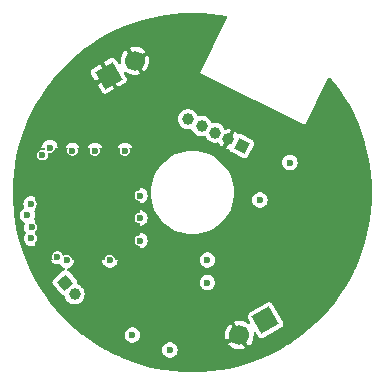
<source format=gbr>
%TF.GenerationSoftware,KiCad,Pcbnew,7.0.5-0*%
%TF.CreationDate,2023-09-08T15:05:08-04:00*%
%TF.ProjectId,rodentdbs,726f6465-6e74-4646-9273-2e6b69636164,rev?*%
%TF.SameCoordinates,Original*%
%TF.FileFunction,Copper,L2,Inr*%
%TF.FilePolarity,Positive*%
%FSLAX46Y46*%
G04 Gerber Fmt 4.6, Leading zero omitted, Abs format (unit mm)*
G04 Created by KiCad (PCBNEW 7.0.5-0) date 2023-09-08 15:05:08*
%MOMM*%
%LPD*%
G01*
G04 APERTURE LIST*
G04 Aperture macros list*
%AMHorizOval*
0 Thick line with rounded ends*
0 $1 width*
0 $2 $3 position (X,Y) of the first rounded end (center of the circle)*
0 $4 $5 position (X,Y) of the second rounded end (center of the circle)*
0 Add line between two ends*
20,1,$1,$2,$3,$4,$5,0*
0 Add two circle primitives to create the rounded ends*
1,1,$1,$2,$3*
1,1,$1,$4,$5*%
%AMRotRect*
0 Rectangle, with rotation*
0 The origin of the aperture is its center*
0 $1 length*
0 $2 width*
0 $3 Rotation angle, in degrees counterclockwise*
0 Add horizontal line*
21,1,$1,$2,0,0,$3*%
G04 Aperture macros list end*
%TA.AperFunction,ComponentPad*%
%ADD10RotRect,1.000000X1.000000X243.440000*%
%TD*%
%TA.AperFunction,ComponentPad*%
%ADD11HorizOval,1.000000X0.000000X0.000000X0.000000X0.000000X0*%
%TD*%
%TA.AperFunction,ComponentPad*%
%ADD12RotRect,1.000000X1.000000X40.000000*%
%TD*%
%TA.AperFunction,ComponentPad*%
%ADD13HorizOval,1.000000X0.000000X0.000000X0.000000X0.000000X0*%
%TD*%
%TA.AperFunction,ComponentPad*%
%ADD14RotRect,1.700000X1.700000X300.000000*%
%TD*%
%TA.AperFunction,ComponentPad*%
%ADD15HorizOval,1.700000X0.000000X0.000000X0.000000X0.000000X0*%
%TD*%
%TA.AperFunction,ComponentPad*%
%ADD16RotRect,1.700000X1.700000X120.000000*%
%TD*%
%TA.AperFunction,ComponentPad*%
%ADD17HorizOval,1.700000X0.000000X0.000000X0.000000X0.000000X0*%
%TD*%
%TA.AperFunction,ViaPad*%
%ADD18C,0.600000*%
%TD*%
G04 APERTURE END LIST*
D10*
%TO.N,VCC*%
%TO.C,J6*%
X150235890Y-123060193D03*
D11*
%TO.N,GND*%
X149099917Y-122492332D03*
%TO.N,/rodentdbs_1/{slash}XRES*%
X147963945Y-121924471D03*
%TO.N,/rodentdbs_1/SWDCLK*%
X146827972Y-121356610D03*
%TO.N,/rodentdbs_1/SWDIO*%
X145692000Y-120788749D03*
%TD*%
D12*
%TO.N,/rodentdbs_1/STIMA*%
%TO.C,J2*%
X135255000Y-134620000D03*
D13*
%TO.N,/rodentdbs_1/STIMB*%
X136071340Y-135592876D03*
%TD*%
D14*
%TO.N,VCC*%
%TO.C,J3*%
X152229852Y-137795000D03*
D15*
%TO.N,GND*%
X150030148Y-139065000D03*
%TD*%
D16*
%TO.N,GND*%
%TO.C,J4*%
X138972122Y-117103026D03*
D17*
X141171826Y-115833026D03*
%TD*%
D18*
%TO.N,GND*%
X135255000Y-129540000D03*
%TO.N,/rodentdbs_1/VCCD*%
X139065000Y-132715000D03*
%TO.N,GND*%
X147955000Y-118110000D03*
X137795000Y-121920000D03*
X134620000Y-118110000D03*
X135255000Y-128270000D03*
X137795000Y-128270000D03*
X137795000Y-125730000D03*
X134620000Y-125730000D03*
X137795000Y-137795000D03*
X147955000Y-137160000D03*
X154305000Y-135255000D03*
X151130000Y-132715000D03*
%TO.N,Net-(D1-A)*%
X140970000Y-139065000D03*
%TO.N,Net-(D2-A)*%
X144145000Y-140335000D03*
%TO.N,/rodentdbs_1/LED1*%
X132430343Y-129916768D03*
%TO.N,/rodentdbs_1/{slash}SHDN-BOOST*%
X154305000Y-124460000D03*
%TO.N,/rodentdbs_1/LED2*%
X132422836Y-130877972D03*
%TO.N,/rodentdbs_1/{slash}SHDN-BOOST*%
X132080000Y-128905000D03*
%TO.N,GND*%
X151130000Y-120650000D03*
X150495000Y-119380000D03*
X151765000Y-120015000D03*
%TO.N,/rodentdbs_1/SWDIO*%
X133985000Y-123190000D03*
%TO.N,/rodentdbs_1/SWDCLK*%
X133350000Y-123825000D03*
%TO.N,GND*%
X158115000Y-120650000D03*
X154940000Y-122555000D03*
X153670000Y-121920000D03*
X152400000Y-121285000D03*
X149860000Y-120015000D03*
X148590000Y-119380000D03*
X146685000Y-118745000D03*
X146685000Y-112395000D03*
X145415000Y-112395000D03*
X147320000Y-114300000D03*
X147955000Y-113030000D03*
X157480000Y-118745000D03*
%TO.N,/rodentdbs_1/VDDA*%
X151765000Y-127635000D03*
X135395378Y-132730875D03*
X132397500Y-127952500D03*
%TO.N,GND*%
X156845000Y-120015000D03*
X149225000Y-118745000D03*
X142875000Y-113030000D03*
X153035000Y-120650000D03*
X154305000Y-121285000D03*
X155575000Y-121920000D03*
X156210000Y-121285000D03*
X146050000Y-117475000D03*
X144780000Y-118110000D03*
X143510000Y-119380000D03*
X143510000Y-117475000D03*
X142240000Y-118745000D03*
X141605000Y-120015000D03*
X142875000Y-120650000D03*
X142875000Y-121920000D03*
X141605000Y-121920000D03*
X142875000Y-123825000D03*
X141605000Y-123825000D03*
%TO.N,/rodentdbs_1/VREF*%
X134620000Y-132412012D03*
%TO.N,/rodentdbs_1/VDDD*%
X135890000Y-123440000D03*
%TO.N,/rodentdbs_1/VDDR*%
X137795000Y-123440000D03*
X140335000Y-123440000D03*
X141605000Y-127250000D03*
%TO.N,/rodentdbs_1/VDDD*%
X147320000Y-134620000D03*
%TO.N,/rodentdbs_1/VDDR*%
X147320000Y-132715000D03*
%TO.N,/rodentdbs_1/{slash}XRES*%
X141605000Y-129155000D03*
%TO.N,/rodentdbs_1/VDDD*%
X141605000Y-131060000D03*
%TD*%
%TA.AperFunction,Conductor*%
%TO.N,GND*%
G36*
X132715000Y-129325762D02*
G01*
X132677786Y-129289755D01*
X132661811Y-129221736D01*
X132669680Y-129184577D01*
X132715000Y-129065079D01*
X132715000Y-129325762D01*
G37*
%TD.AperFunction*%
%TA.AperFunction,Conductor*%
G36*
X132715000Y-128744920D02*
G01*
X132682975Y-128660479D01*
X132677609Y-128590817D01*
X132710756Y-128529311D01*
X132715000Y-128526170D01*
X132715000Y-128744920D01*
G37*
%TD.AperFunction*%
%TA.AperFunction,Conductor*%
G36*
X146819028Y-111804988D02*
G01*
X146822163Y-111805147D01*
X147060054Y-111823263D01*
X147587676Y-111863443D01*
X147590769Y-111863757D01*
X148352353Y-111960752D01*
X148355437Y-111961224D01*
X148897981Y-112058465D01*
X148960494Y-112089667D01*
X148996216Y-112149714D01*
X148993803Y-112219542D01*
X148987012Y-112235973D01*
X146684999Y-116839999D01*
X146685000Y-116839999D01*
X146685000Y-116840000D01*
X155575000Y-121285000D01*
X157557016Y-117320965D01*
X157604602Y-117269808D01*
X157672294Y-117252498D01*
X157738598Y-117274533D01*
X157764024Y-117298058D01*
X157886544Y-117448317D01*
X158080269Y-117685903D01*
X158082192Y-117688387D01*
X158536578Y-118307178D01*
X158538372Y-118309756D01*
X158960838Y-118950772D01*
X158962485Y-118953415D01*
X159351948Y-119615017D01*
X159353472Y-119617764D01*
X159708927Y-120298247D01*
X159710302Y-120301050D01*
X159964343Y-120853946D01*
X160030823Y-120998634D01*
X160032062Y-121001521D01*
X160316848Y-121714467D01*
X160317939Y-121717413D01*
X160566241Y-122443846D01*
X160567182Y-122446844D01*
X160778380Y-123184949D01*
X160779167Y-123187991D01*
X160952701Y-123935806D01*
X160953334Y-123938884D01*
X161088774Y-124694561D01*
X161089250Y-124697667D01*
X161186239Y-125459207D01*
X161186557Y-125462333D01*
X161244852Y-126227836D01*
X161245011Y-126230973D01*
X161264460Y-126998430D01*
X161264460Y-127001570D01*
X161245011Y-127769026D01*
X161244852Y-127772163D01*
X161186557Y-128537666D01*
X161186239Y-128540792D01*
X161089250Y-129302332D01*
X161088774Y-129305438D01*
X160953334Y-130061115D01*
X160952701Y-130064193D01*
X160779167Y-130812008D01*
X160778380Y-130815050D01*
X160567182Y-131553155D01*
X160566241Y-131556153D01*
X160317939Y-132282586D01*
X160316848Y-132285532D01*
X160032062Y-132998478D01*
X160030823Y-133001365D01*
X159859851Y-133373471D01*
X159760585Y-133589516D01*
X159710311Y-133698932D01*
X159708927Y-133701752D01*
X159353472Y-134382235D01*
X159351948Y-134384982D01*
X158962485Y-135046584D01*
X158960826Y-135049244D01*
X158888305Y-135159284D01*
X158538373Y-135690242D01*
X158536578Y-135692821D01*
X158082192Y-136311612D01*
X158080269Y-136314096D01*
X157595120Y-136909084D01*
X157593074Y-136911468D01*
X157078403Y-137481131D01*
X157076238Y-137483408D01*
X156533408Y-138026238D01*
X156531131Y-138028403D01*
X155961468Y-138543074D01*
X155959084Y-138545120D01*
X155364096Y-139030269D01*
X155361612Y-139032192D01*
X154742821Y-139486578D01*
X154740242Y-139488373D01*
X154273906Y-139795715D01*
X154114960Y-139900470D01*
X154099251Y-139910823D01*
X154096584Y-139912485D01*
X153434982Y-140301948D01*
X153432235Y-140303472D01*
X152751752Y-140658927D01*
X152748932Y-140660311D01*
X152051365Y-140980823D01*
X152048478Y-140982062D01*
X151335532Y-141266848D01*
X151332586Y-141267939D01*
X150606153Y-141516241D01*
X150603155Y-141517182D01*
X149865050Y-141728380D01*
X149862008Y-141729167D01*
X149114193Y-141902701D01*
X149111115Y-141903334D01*
X148355438Y-142038774D01*
X148352332Y-142039250D01*
X147590792Y-142136239D01*
X147587666Y-142136557D01*
X146822163Y-142194852D01*
X146819026Y-142195011D01*
X146051571Y-142214460D01*
X146048429Y-142214460D01*
X145280973Y-142195011D01*
X145277836Y-142194852D01*
X144512333Y-142136557D01*
X144509207Y-142136239D01*
X143747667Y-142039250D01*
X143744561Y-142038774D01*
X142988884Y-141903334D01*
X142985806Y-141902701D01*
X142237991Y-141729167D01*
X142234949Y-141728380D01*
X141496844Y-141517182D01*
X141493846Y-141516241D01*
X140767413Y-141267939D01*
X140764467Y-141266848D01*
X140051521Y-140982062D01*
X140048634Y-140980823D01*
X139976536Y-140947696D01*
X139351050Y-140660302D01*
X139348247Y-140658927D01*
X138728121Y-140335000D01*
X143489722Y-140335000D01*
X143508762Y-140491818D01*
X143564780Y-140639522D01*
X143564780Y-140639523D01*
X143654517Y-140769530D01*
X143772760Y-140874283D01*
X143772762Y-140874284D01*
X143912634Y-140947696D01*
X144066014Y-140985500D01*
X144066015Y-140985500D01*
X144223985Y-140985500D01*
X144377365Y-140947696D01*
X144517240Y-140874283D01*
X144635483Y-140769530D01*
X144725220Y-140639523D01*
X144781237Y-140491818D01*
X144800278Y-140335000D01*
X144781237Y-140178182D01*
X144725220Y-140030477D01*
X144635483Y-139900470D01*
X144517240Y-139795717D01*
X144517238Y-139795716D01*
X144517237Y-139795715D01*
X144377365Y-139722303D01*
X144223986Y-139684500D01*
X144223985Y-139684500D01*
X144066015Y-139684500D01*
X144066014Y-139684500D01*
X143912634Y-139722303D01*
X143772762Y-139795715D01*
X143654516Y-139900471D01*
X143564781Y-140030475D01*
X143564780Y-140030476D01*
X143508762Y-140178181D01*
X143489722Y-140334999D01*
X143489722Y-140335000D01*
X138728121Y-140335000D01*
X138667764Y-140303472D01*
X138665017Y-140301948D01*
X138003415Y-139912485D01*
X138000772Y-139910838D01*
X137359756Y-139488372D01*
X137357178Y-139486578D01*
X136783066Y-139065000D01*
X140314722Y-139065000D01*
X140333762Y-139221818D01*
X140367136Y-139309816D01*
X140389780Y-139369523D01*
X140479517Y-139499530D01*
X140597760Y-139604283D01*
X140597762Y-139604284D01*
X140737634Y-139677696D01*
X140891014Y-139715500D01*
X140891015Y-139715500D01*
X141048985Y-139715500D01*
X141202365Y-139677696D01*
X141342240Y-139604283D01*
X141460483Y-139499530D01*
X141550220Y-139369523D01*
X141606237Y-139221818D01*
X141625278Y-139065000D01*
X148825007Y-139065000D01*
X148845526Y-139286439D01*
X148906386Y-139500345D01*
X148909673Y-139506945D01*
X149533116Y-139146999D01*
X149570655Y-139274844D01*
X149648387Y-139395798D01*
X149713886Y-139452552D01*
X149090765Y-139812312D01*
X149139536Y-139876896D01*
X149139538Y-139876899D01*
X149303886Y-140026721D01*
X149492968Y-140143797D01*
X149492970Y-140143798D01*
X149700343Y-140224134D01*
X149918955Y-140265000D01*
X150141341Y-140265000D01*
X150359954Y-140224134D01*
X150469837Y-140181565D01*
X150110187Y-139558633D01*
X150172463Y-139549680D01*
X150303248Y-139489952D01*
X150411909Y-139395798D01*
X150419381Y-139384170D01*
X150778651Y-140006445D01*
X150920756Y-139876899D01*
X151054779Y-139699425D01*
X151153907Y-139500350D01*
X151214769Y-139286439D01*
X151235288Y-139065000D01*
X151235289Y-139065000D01*
X151222227Y-138924042D01*
X151235642Y-138855472D01*
X151283999Y-138805040D01*
X151351945Y-138788757D01*
X151417907Y-138811794D01*
X151453085Y-138850600D01*
X151576869Y-139065000D01*
X151631819Y-139160176D01*
X151674482Y-139214217D01*
X151771519Y-139279540D01*
X151884510Y-139309816D01*
X152001208Y-139301763D01*
X152065176Y-139276293D01*
X153595028Y-138393033D01*
X153649069Y-138350370D01*
X153714392Y-138253333D01*
X153744668Y-138140342D01*
X153736615Y-138023644D01*
X153711145Y-137959676D01*
X153711141Y-137959668D01*
X152827887Y-136429828D01*
X152827885Y-136429824D01*
X152785222Y-136375783D01*
X152688185Y-136310460D01*
X152575194Y-136280184D01*
X152575193Y-136280184D01*
X152458497Y-136288236D01*
X152394530Y-136313705D01*
X152394520Y-136313710D01*
X150864680Y-137196964D01*
X150810634Y-137239631D01*
X150745312Y-137336666D01*
X150715036Y-137449657D01*
X150715036Y-137449658D01*
X150723088Y-137566354D01*
X150748557Y-137630321D01*
X150748562Y-137630331D01*
X150922662Y-137931880D01*
X150939135Y-137999780D01*
X150916282Y-138065807D01*
X150861361Y-138108998D01*
X150791808Y-138115639D01*
X150749997Y-138099307D01*
X150567327Y-137986202D01*
X150567325Y-137986201D01*
X150359952Y-137905865D01*
X150141341Y-137865000D01*
X149918955Y-137865000D01*
X149700340Y-137905865D01*
X149590458Y-137948433D01*
X149590457Y-137948434D01*
X149950108Y-138571366D01*
X149887833Y-138580320D01*
X149757048Y-138640048D01*
X149648387Y-138734202D01*
X149640914Y-138745830D01*
X149281643Y-138123554D01*
X149139537Y-138253102D01*
X149005516Y-138430574D01*
X148906388Y-138629649D01*
X148845526Y-138843560D01*
X148825007Y-139064999D01*
X148825007Y-139065000D01*
X141625278Y-139065000D01*
X141621295Y-139032192D01*
X141606237Y-138908181D01*
X141581729Y-138843560D01*
X141550220Y-138760477D01*
X141460483Y-138630470D01*
X141342240Y-138525717D01*
X141342238Y-138525716D01*
X141342237Y-138525715D01*
X141202365Y-138452303D01*
X141048986Y-138414500D01*
X141048985Y-138414500D01*
X140891015Y-138414500D01*
X140891014Y-138414500D01*
X140737634Y-138452303D01*
X140597762Y-138525715D01*
X140479516Y-138630471D01*
X140389781Y-138760475D01*
X140389780Y-138760476D01*
X140333762Y-138908181D01*
X140314722Y-139064999D01*
X140314722Y-139065000D01*
X136783066Y-139065000D01*
X136738387Y-139032192D01*
X136735903Y-139030269D01*
X136140915Y-138545120D01*
X136138531Y-138543074D01*
X135568868Y-138028403D01*
X135566591Y-138026238D01*
X135023761Y-137483408D01*
X135021596Y-137481131D01*
X134506925Y-136911468D01*
X134504879Y-136909084D01*
X134019730Y-136314096D01*
X134017807Y-136311612D01*
X134016961Y-136310460D01*
X133563421Y-135692821D01*
X133561626Y-135690242D01*
X133139154Y-135049216D01*
X133137514Y-135046584D01*
X132748051Y-134384982D01*
X132746527Y-134382235D01*
X132391072Y-133701752D01*
X132389704Y-133698965D01*
X132069165Y-133001341D01*
X132067937Y-132998478D01*
X132017343Y-132871818D01*
X131783143Y-132285511D01*
X131782069Y-132282610D01*
X131533754Y-131556141D01*
X131532817Y-131553155D01*
X131525754Y-131528472D01*
X131321615Y-130815037D01*
X131320832Y-130812008D01*
X131307714Y-130755477D01*
X131147292Y-130064167D01*
X131146671Y-130061145D01*
X131011224Y-129305437D01*
X131010752Y-129302353D01*
X130960145Y-128905000D01*
X131424721Y-128905000D01*
X131443762Y-129061818D01*
X131479102Y-129155000D01*
X131499780Y-129209523D01*
X131589517Y-129339530D01*
X131707760Y-129444283D01*
X131782344Y-129483428D01*
X131832556Y-129532012D01*
X131848531Y-129600031D01*
X131840660Y-129637195D01*
X131794106Y-129759949D01*
X131775065Y-129916767D01*
X131775065Y-129916768D01*
X131794105Y-130073586D01*
X131832231Y-130174114D01*
X131850123Y-130221291D01*
X131852769Y-130225124D01*
X131919286Y-130321492D01*
X131941169Y-130387847D01*
X131923703Y-130455499D01*
X131919286Y-130462372D01*
X131842617Y-130573447D01*
X131842616Y-130573448D01*
X131786598Y-130721153D01*
X131767558Y-130877971D01*
X131767558Y-130877972D01*
X131786598Y-131034790D01*
X131842616Y-131182494D01*
X131842616Y-131182495D01*
X131932353Y-131312502D01*
X132050596Y-131417255D01*
X132050598Y-131417256D01*
X132190470Y-131490668D01*
X132343850Y-131528472D01*
X132343851Y-131528472D01*
X132501821Y-131528472D01*
X132655201Y-131490668D01*
X132715000Y-131459282D01*
X132715000Y-132715000D01*
X134039197Y-132715000D01*
X134039780Y-132716535D01*
X134129517Y-132846542D01*
X134247760Y-132951295D01*
X134247762Y-132951296D01*
X134387634Y-133024708D01*
X134541014Y-133062512D01*
X134698985Y-133062512D01*
X134698987Y-133062512D01*
X134698989Y-133062511D01*
X134731156Y-133054583D01*
X134800958Y-133057651D01*
X134858020Y-133097970D01*
X134862882Y-133104539D01*
X134904895Y-133165405D01*
X135023138Y-133270158D01*
X135163013Y-133343571D01*
X135176562Y-133346910D01*
X135179631Y-133347667D01*
X135240012Y-133382823D01*
X135271800Y-133445043D01*
X135264904Y-133514571D01*
X135221513Y-133569334D01*
X135179846Y-133588407D01*
X135175383Y-133589516D01*
X135175384Y-133589516D01*
X135175379Y-133589518D01*
X135116815Y-133625702D01*
X135116810Y-133625705D01*
X135116810Y-133625706D01*
X134299808Y-134311252D01*
X134299806Y-134311253D01*
X134299805Y-134311255D01*
X134253996Y-134362651D01*
X134206515Y-134469558D01*
X134206515Y-134469559D01*
X134196320Y-134586088D01*
X134224515Y-134699613D01*
X134224516Y-134699616D01*
X134260706Y-134758190D01*
X134946252Y-135575192D01*
X134997652Y-135621004D01*
X135104558Y-135668484D01*
X135109149Y-135668885D01*
X135123769Y-135670165D01*
X135188839Y-135695616D01*
X135229818Y-135752206D01*
X135234253Y-135767904D01*
X135234843Y-135770679D01*
X135290087Y-135940705D01*
X135290090Y-135940711D01*
X135379481Y-136095541D01*
X135421152Y-136141822D01*
X135499104Y-136228397D01*
X135499107Y-136228399D01*
X135499110Y-136228402D01*
X135643747Y-136333488D01*
X135807073Y-136406205D01*
X135981949Y-136443376D01*
X136160729Y-136443376D01*
X136160731Y-136443376D01*
X136335607Y-136406205D01*
X136498933Y-136333488D01*
X136643570Y-136228402D01*
X136763199Y-136095541D01*
X136852590Y-135940711D01*
X136907837Y-135770679D01*
X136926525Y-135592876D01*
X136907837Y-135415073D01*
X136852590Y-135245041D01*
X136763199Y-135090211D01*
X136716343Y-135038172D01*
X136643575Y-134957354D01*
X136643572Y-134957352D01*
X136643571Y-134957351D01*
X136643570Y-134957350D01*
X136498933Y-134852264D01*
X136384722Y-134801414D01*
X136331485Y-134756164D01*
X136311164Y-134689315D01*
X136311629Y-134677336D01*
X136313679Y-134653911D01*
X136305257Y-134620000D01*
X146664722Y-134620000D01*
X146683762Y-134776818D01*
X146712376Y-134852265D01*
X146739780Y-134924523D01*
X146829517Y-135054530D01*
X146947760Y-135159283D01*
X146947762Y-135159284D01*
X147087634Y-135232696D01*
X147241014Y-135270500D01*
X147398985Y-135270500D01*
X147552365Y-135232696D01*
X147552364Y-135232696D01*
X147692240Y-135159283D01*
X147810483Y-135054530D01*
X147900220Y-134924523D01*
X147956237Y-134776818D01*
X147975278Y-134620000D01*
X147971161Y-134586089D01*
X147956237Y-134463181D01*
X147918111Y-134362652D01*
X147900220Y-134315477D01*
X147810483Y-134185470D01*
X147692240Y-134080717D01*
X147692238Y-134080716D01*
X147692237Y-134080715D01*
X147552365Y-134007303D01*
X147398986Y-133969500D01*
X147398985Y-133969500D01*
X147241015Y-133969500D01*
X147241014Y-133969500D01*
X147087634Y-134007303D01*
X146947762Y-134080715D01*
X146829516Y-134185471D01*
X146739781Y-134315475D01*
X146739780Y-134315476D01*
X146683762Y-134463181D01*
X146664722Y-134619999D01*
X146664722Y-134620000D01*
X136305257Y-134620000D01*
X136285484Y-134540384D01*
X136249294Y-134481810D01*
X135563748Y-133664808D01*
X135512348Y-133618996D01*
X135485773Y-133607193D01*
X135432495Y-133561993D01*
X135412112Y-133495162D01*
X135431095Y-133427921D01*
X135483419Y-133381618D01*
X135506431Y-133373471D01*
X135538772Y-133365500D01*
X135627743Y-133343571D01*
X135767618Y-133270158D01*
X135885861Y-133165405D01*
X135975598Y-133035398D01*
X136031615Y-132887693D01*
X136050656Y-132730875D01*
X136048729Y-132715000D01*
X138409722Y-132715000D01*
X138428762Y-132871818D01*
X138484780Y-133019522D01*
X138484780Y-133019523D01*
X138574517Y-133149530D01*
X138692760Y-133254283D01*
X138692762Y-133254284D01*
X138832634Y-133327696D01*
X138986014Y-133365500D01*
X138986015Y-133365500D01*
X139143985Y-133365500D01*
X139297365Y-133327696D01*
X139437240Y-133254283D01*
X139555483Y-133149530D01*
X139645220Y-133019523D01*
X139701237Y-132871818D01*
X139720278Y-132715000D01*
X141605000Y-132715000D01*
X146664722Y-132715000D01*
X146683762Y-132871818D01*
X146739779Y-133019523D01*
X146739780Y-133019523D01*
X146829517Y-133149530D01*
X146947760Y-133254283D01*
X146947762Y-133254284D01*
X147087634Y-133327696D01*
X147241014Y-133365500D01*
X147241015Y-133365500D01*
X147398985Y-133365500D01*
X147552365Y-133327696D01*
X147692240Y-133254283D01*
X147810483Y-133149530D01*
X147900220Y-133019523D01*
X147956237Y-132871818D01*
X147975278Y-132715000D01*
X147958165Y-132574056D01*
X147956237Y-132558181D01*
X147934992Y-132502164D01*
X147900220Y-132410477D01*
X147810483Y-132280470D01*
X147692240Y-132175717D01*
X147692238Y-132175716D01*
X147692237Y-132175715D01*
X147552365Y-132102303D01*
X147398986Y-132064500D01*
X147398985Y-132064500D01*
X147241015Y-132064500D01*
X147241014Y-132064500D01*
X147087634Y-132102303D01*
X146947762Y-132175715D01*
X146829516Y-132280471D01*
X146739781Y-132410475D01*
X146739780Y-132410476D01*
X146683762Y-132558181D01*
X146664722Y-132714999D01*
X146664722Y-132715000D01*
X141605000Y-132715000D01*
X141605000Y-131710500D01*
X141683985Y-131710500D01*
X141837365Y-131672696D01*
X141977240Y-131599283D01*
X142095483Y-131494530D01*
X142185220Y-131364523D01*
X142241237Y-131216818D01*
X142260278Y-131060000D01*
X142241237Y-130903182D01*
X142185220Y-130755477D01*
X142095483Y-130625470D01*
X141977240Y-130520717D01*
X141977238Y-130520716D01*
X141977237Y-130520715D01*
X141837365Y-130447303D01*
X141683986Y-130409500D01*
X141683985Y-130409500D01*
X141605000Y-130409500D01*
X141605000Y-129805500D01*
X141683985Y-129805500D01*
X141837365Y-129767696D01*
X141977240Y-129694283D01*
X142095483Y-129589530D01*
X142185220Y-129459523D01*
X142241237Y-129311818D01*
X142260278Y-129155000D01*
X142241237Y-128998182D01*
X142185220Y-128850477D01*
X142095483Y-128720470D01*
X141977240Y-128615717D01*
X141977238Y-128615716D01*
X141977237Y-128615715D01*
X141837365Y-128542303D01*
X141683986Y-128504500D01*
X141683985Y-128504500D01*
X141605000Y-128504500D01*
X141605000Y-127900500D01*
X141683985Y-127900500D01*
X141837365Y-127862696D01*
X141977240Y-127789283D01*
X142095483Y-127684530D01*
X142185220Y-127554523D01*
X142241237Y-127406818D01*
X142260278Y-127250000D01*
X142241237Y-127093182D01*
X142205898Y-127000000D01*
X142519662Y-127000000D01*
X142539002Y-127369022D01*
X142546002Y-127413217D01*
X142596808Y-127733999D01*
X142631292Y-127862696D01*
X142692451Y-128090941D01*
X142824877Y-128435921D01*
X142992640Y-128765173D01*
X143193891Y-129075073D01*
X143193895Y-129075078D01*
X143193897Y-129075081D01*
X143426448Y-129362257D01*
X143687743Y-129623552D01*
X143974919Y-129856103D01*
X143974923Y-129856105D01*
X143974926Y-129856108D01*
X144284826Y-130057359D01*
X144284831Y-130057362D01*
X144614082Y-130225124D01*
X144959066Y-130357551D01*
X145316001Y-130453192D01*
X145680979Y-130510998D01*
X146029589Y-130529268D01*
X146049999Y-130530338D01*
X146050000Y-130530338D01*
X146050001Y-130530338D01*
X146069340Y-130529324D01*
X146419021Y-130510998D01*
X146783999Y-130453192D01*
X147140934Y-130357551D01*
X147485918Y-130225124D01*
X147815169Y-130057362D01*
X148125081Y-129856103D01*
X148412257Y-129623552D01*
X148673552Y-129362257D01*
X148906103Y-129075081D01*
X149107362Y-128765169D01*
X149275124Y-128435918D01*
X149407551Y-128090934D01*
X149503192Y-127733999D01*
X149518872Y-127635000D01*
X151109722Y-127635000D01*
X151128762Y-127791818D01*
X151184780Y-127939522D01*
X151184780Y-127939523D01*
X151274517Y-128069530D01*
X151392760Y-128174283D01*
X151392762Y-128174284D01*
X151532634Y-128247696D01*
X151686014Y-128285500D01*
X151686015Y-128285500D01*
X151843985Y-128285500D01*
X151997365Y-128247696D01*
X152137240Y-128174283D01*
X152255483Y-128069530D01*
X152345220Y-127939523D01*
X152401237Y-127791818D01*
X152420278Y-127635000D01*
X152410507Y-127554523D01*
X152401237Y-127478181D01*
X152359838Y-127369022D01*
X152345220Y-127330477D01*
X152255483Y-127200470D01*
X152137240Y-127095717D01*
X152137238Y-127095716D01*
X152137237Y-127095715D01*
X151997365Y-127022303D01*
X151843986Y-126984500D01*
X151843985Y-126984500D01*
X151686015Y-126984500D01*
X151686014Y-126984500D01*
X151532634Y-127022303D01*
X151392762Y-127095715D01*
X151274516Y-127200471D01*
X151184781Y-127330475D01*
X151184780Y-127330476D01*
X151128762Y-127478181D01*
X151109722Y-127634999D01*
X151109722Y-127635000D01*
X149518872Y-127635000D01*
X149560998Y-127369021D01*
X149580338Y-127000000D01*
X149560998Y-126630979D01*
X149503192Y-126266001D01*
X149407551Y-125909066D01*
X149275124Y-125564082D01*
X149107362Y-125234831D01*
X149026621Y-125110500D01*
X148906108Y-124924926D01*
X148906105Y-124924923D01*
X148906103Y-124924919D01*
X148673552Y-124637743D01*
X148495809Y-124460000D01*
X153649722Y-124460000D01*
X153668762Y-124616818D01*
X153724779Y-124764523D01*
X153724780Y-124764523D01*
X153814517Y-124894530D01*
X153932760Y-124999283D01*
X153932762Y-124999284D01*
X154072634Y-125072696D01*
X154226014Y-125110500D01*
X154226015Y-125110500D01*
X154383985Y-125110500D01*
X154537365Y-125072696D01*
X154677240Y-124999283D01*
X154795483Y-124894530D01*
X154885220Y-124764523D01*
X154941237Y-124616818D01*
X154960278Y-124460000D01*
X154955172Y-124417943D01*
X154941237Y-124303181D01*
X154897960Y-124189070D01*
X154885220Y-124155477D01*
X154795483Y-124025470D01*
X154677240Y-123920717D01*
X154677238Y-123920716D01*
X154677237Y-123920715D01*
X154537365Y-123847303D01*
X154383986Y-123809500D01*
X154383985Y-123809500D01*
X154226015Y-123809500D01*
X154226014Y-123809500D01*
X154072634Y-123847303D01*
X153932762Y-123920715D01*
X153814516Y-124025471D01*
X153724781Y-124155475D01*
X153724780Y-124155476D01*
X153668762Y-124303181D01*
X153649722Y-124459999D01*
X153649722Y-124460000D01*
X148495809Y-124460000D01*
X148412257Y-124376448D01*
X148125081Y-124143897D01*
X148125078Y-124143895D01*
X148125073Y-124143891D01*
X147815173Y-123942640D01*
X147485921Y-123774877D01*
X147140941Y-123642451D01*
X147140934Y-123642449D01*
X146783999Y-123546808D01*
X146783995Y-123546807D01*
X146783994Y-123546807D01*
X146419022Y-123489002D01*
X146050001Y-123469662D01*
X146049999Y-123469662D01*
X145680977Y-123489002D01*
X145316006Y-123546807D01*
X145316004Y-123546807D01*
X144959058Y-123642451D01*
X144614078Y-123774877D01*
X144284826Y-123942640D01*
X143974926Y-124143891D01*
X143687747Y-124376444D01*
X143687739Y-124376451D01*
X143426451Y-124637739D01*
X143426444Y-124637747D01*
X143193891Y-124924926D01*
X142992640Y-125234826D01*
X142824877Y-125564078D01*
X142692451Y-125909058D01*
X142596807Y-126266004D01*
X142596807Y-126266006D01*
X142539002Y-126630977D01*
X142519662Y-126999999D01*
X142519662Y-127000000D01*
X142205898Y-127000000D01*
X142185220Y-126945477D01*
X142095483Y-126815470D01*
X141977240Y-126710717D01*
X141977238Y-126710716D01*
X141977237Y-126710715D01*
X141837365Y-126637303D01*
X141683986Y-126599500D01*
X141683985Y-126599500D01*
X141605000Y-126599500D01*
X141605000Y-123190000D01*
X140935898Y-123190000D01*
X140915220Y-123135477D01*
X140825483Y-123005470D01*
X140707240Y-122900717D01*
X140707238Y-122900716D01*
X140707237Y-122900715D01*
X140567365Y-122827303D01*
X140413986Y-122789500D01*
X140413985Y-122789500D01*
X140256015Y-122789500D01*
X140256014Y-122789500D01*
X140102634Y-122827303D01*
X139962762Y-122900715D01*
X139844516Y-123005471D01*
X139754781Y-123135475D01*
X139754780Y-123135476D01*
X139734101Y-123190000D01*
X138395898Y-123190000D01*
X138375220Y-123135477D01*
X138285483Y-123005470D01*
X138167240Y-122900717D01*
X138167238Y-122900716D01*
X138167237Y-122900715D01*
X138027365Y-122827303D01*
X137873986Y-122789500D01*
X137873985Y-122789500D01*
X137716015Y-122789500D01*
X137716014Y-122789500D01*
X137562634Y-122827303D01*
X137422762Y-122900715D01*
X137304516Y-123005471D01*
X137214781Y-123135475D01*
X137214780Y-123135476D01*
X137194101Y-123190000D01*
X136490898Y-123190000D01*
X136470220Y-123135477D01*
X136380483Y-123005470D01*
X136262240Y-122900717D01*
X136262238Y-122900716D01*
X136262237Y-122900715D01*
X136122365Y-122827303D01*
X135968986Y-122789500D01*
X135968985Y-122789500D01*
X135811015Y-122789500D01*
X135811014Y-122789500D01*
X135657634Y-122827303D01*
X135517762Y-122900715D01*
X135399516Y-123005471D01*
X135309781Y-123135475D01*
X135309780Y-123135476D01*
X135289101Y-123190000D01*
X134640278Y-123190000D01*
X134636308Y-123157299D01*
X134621237Y-123033181D01*
X134594809Y-122963498D01*
X134565220Y-122885477D01*
X134475483Y-122755470D01*
X134357240Y-122650717D01*
X134357238Y-122650716D01*
X134357237Y-122650715D01*
X134217365Y-122577303D01*
X134063986Y-122539500D01*
X134063985Y-122539500D01*
X133906015Y-122539500D01*
X133906014Y-122539500D01*
X133752634Y-122577303D01*
X133612762Y-122650715D01*
X133612759Y-122650717D01*
X133612760Y-122650717D01*
X133495214Y-122754853D01*
X133494516Y-122755471D01*
X133404781Y-122885475D01*
X133404780Y-122885476D01*
X133348763Y-123033180D01*
X133343790Y-123074138D01*
X133316168Y-123138316D01*
X133258234Y-123177372D01*
X133250369Y-123179588D01*
X133208125Y-123190000D01*
X132715000Y-123190000D01*
X132715000Y-123664916D01*
X132713762Y-123668181D01*
X132694721Y-123824999D01*
X132694721Y-123825000D01*
X132713762Y-123981818D01*
X132715000Y-123985082D01*
X132715000Y-127384486D01*
X132629865Y-127339803D01*
X132476486Y-127302000D01*
X132476485Y-127302000D01*
X132318515Y-127302000D01*
X132318514Y-127302000D01*
X132165134Y-127339803D01*
X132025262Y-127413215D01*
X131907016Y-127517971D01*
X131817281Y-127647975D01*
X131817280Y-127647976D01*
X131761262Y-127795681D01*
X131742222Y-127952499D01*
X131742222Y-127952500D01*
X131761263Y-128109318D01*
X131794523Y-128197018D01*
X131799890Y-128266681D01*
X131766743Y-128328187D01*
X131736211Y-128350783D01*
X131707764Y-128365714D01*
X131707760Y-128365717D01*
X131589516Y-128470471D01*
X131499781Y-128600475D01*
X131499780Y-128600476D01*
X131443762Y-128748181D01*
X131424721Y-128904999D01*
X131424721Y-128905000D01*
X130960145Y-128905000D01*
X130913757Y-128540769D01*
X130913442Y-128537666D01*
X130910916Y-128504500D01*
X130855147Y-127772163D01*
X130854988Y-127769026D01*
X130852847Y-127684528D01*
X130835539Y-127001538D01*
X130835539Y-126998461D01*
X130854988Y-126230969D01*
X130855147Y-126227836D01*
X130913442Y-125462333D01*
X130913757Y-125459234D01*
X131010753Y-124697640D01*
X131011225Y-124694561D01*
X131021408Y-124637747D01*
X131146672Y-123938846D01*
X131147290Y-123935840D01*
X131320838Y-123187964D01*
X131321613Y-123184972D01*
X131532824Y-122446820D01*
X131533750Y-122443869D01*
X131782073Y-121717376D01*
X131783138Y-121714501D01*
X132067945Y-121001500D01*
X132069159Y-120998672D01*
X132165613Y-120788749D01*
X144836815Y-120788749D01*
X144855503Y-120966554D01*
X144855504Y-120966556D01*
X144910747Y-121136578D01*
X144910750Y-121136584D01*
X145000141Y-121291414D01*
X145041812Y-121337695D01*
X145119764Y-121424270D01*
X145119767Y-121424272D01*
X145119770Y-121424275D01*
X145264407Y-121529361D01*
X145427733Y-121602078D01*
X145602609Y-121639249D01*
X145781389Y-121639249D01*
X145781391Y-121639249D01*
X145900557Y-121613919D01*
X145970221Y-121619235D01*
X146025955Y-121661371D01*
X146044266Y-121696889D01*
X146046718Y-121704435D01*
X146046722Y-121704445D01*
X146136113Y-121859275D01*
X146177784Y-121905556D01*
X146255736Y-121992131D01*
X146255739Y-121992133D01*
X146255742Y-121992136D01*
X146400379Y-122097222D01*
X146563705Y-122169939D01*
X146738581Y-122207110D01*
X146917361Y-122207110D01*
X146917363Y-122207110D01*
X147036530Y-122181780D01*
X147106195Y-122187096D01*
X147161928Y-122229233D01*
X147180239Y-122264750D01*
X147182691Y-122272296D01*
X147182695Y-122272306D01*
X147272086Y-122427136D01*
X147291533Y-122448734D01*
X147391709Y-122559992D01*
X147391712Y-122559994D01*
X147391715Y-122559997D01*
X147536352Y-122665083D01*
X147699678Y-122737800D01*
X147874554Y-122774971D01*
X148053334Y-122774971D01*
X148053336Y-122774971D01*
X148172993Y-122749537D01*
X148242659Y-122754853D01*
X148298393Y-122796990D01*
X148316704Y-122832509D01*
X148319123Y-122839955D01*
X148319126Y-122839962D01*
X148408462Y-122994697D01*
X148408466Y-122994702D01*
X148528021Y-123127483D01*
X148569061Y-123157299D01*
X148817169Y-122660978D01*
X148887788Y-122745137D01*
X148987046Y-122802444D01*
X149071481Y-122817332D01*
X149128353Y-122817332D01*
X149136622Y-122815873D01*
X148886622Y-123315984D01*
X149010578Y-123342332D01*
X149125751Y-123342332D01*
X149192790Y-123362017D01*
X149238545Y-123414821D01*
X149243384Y-123427109D01*
X149251086Y-123450210D01*
X149251087Y-123450211D01*
X149322113Y-123543152D01*
X149322118Y-123543157D01*
X149364493Y-123572662D01*
X149378619Y-123582498D01*
X150332585Y-124059376D01*
X150397967Y-124080961D01*
X150514938Y-124081997D01*
X150625908Y-124044996D01*
X150718851Y-123973968D01*
X150758195Y-123917464D01*
X151235073Y-122963498D01*
X151256658Y-122898116D01*
X151257694Y-122781145D01*
X151220693Y-122670175D01*
X151149665Y-122577232D01*
X151149661Y-122577228D01*
X151093161Y-122537888D01*
X150139195Y-122061010D01*
X150073813Y-122039425D01*
X150073809Y-122039424D01*
X149956846Y-122038389D01*
X149956845Y-122038389D01*
X149956842Y-122038389D01*
X149956840Y-122038389D01*
X149956837Y-122038390D01*
X149937532Y-122044827D01*
X149867708Y-122047357D01*
X149807600Y-122011735D01*
X149795315Y-121995129D01*
X149795189Y-121995221D01*
X149791367Y-121989961D01*
X149671810Y-121857178D01*
X149630771Y-121827362D01*
X149382663Y-122323684D01*
X149312046Y-122239527D01*
X149212788Y-122182220D01*
X149128353Y-122167332D01*
X149071481Y-122167332D01*
X149063209Y-122168790D01*
X149313209Y-121668678D01*
X149189255Y-121642332D01*
X149010578Y-121642332D01*
X148891516Y-121667639D01*
X148821849Y-121662323D01*
X148766115Y-121620186D01*
X148747803Y-121584664D01*
X148746233Y-121579832D01*
X148745195Y-121576636D01*
X148655804Y-121421806D01*
X148536180Y-121288949D01*
X148536177Y-121288947D01*
X148536176Y-121288946D01*
X148536175Y-121288945D01*
X148391538Y-121183859D01*
X148228212Y-121111142D01*
X148228210Y-121111141D01*
X148100539Y-121084004D01*
X148053336Y-121073971D01*
X148053335Y-121073971D01*
X147874553Y-121073971D01*
X147755387Y-121099300D01*
X147685720Y-121093984D01*
X147629987Y-121051847D01*
X147611676Y-121016327D01*
X147609223Y-121008777D01*
X147584847Y-120966556D01*
X147519831Y-120853945D01*
X147461128Y-120788749D01*
X147400207Y-120721088D01*
X147400204Y-120721086D01*
X147400203Y-120721085D01*
X147400202Y-120721084D01*
X147255565Y-120615998D01*
X147092239Y-120543281D01*
X147092237Y-120543280D01*
X146964566Y-120516143D01*
X146917363Y-120506110D01*
X146917362Y-120506110D01*
X146738582Y-120506110D01*
X146738581Y-120506110D01*
X146686581Y-120517162D01*
X146619416Y-120531439D01*
X146549748Y-120526123D01*
X146494015Y-120483986D01*
X146475704Y-120448466D01*
X146473251Y-120440916D01*
X146392509Y-120301067D01*
X146383859Y-120286084D01*
X146337003Y-120234045D01*
X146264235Y-120153227D01*
X146264232Y-120153225D01*
X146264231Y-120153224D01*
X146264230Y-120153223D01*
X146119593Y-120048137D01*
X145956267Y-119975420D01*
X145956265Y-119975419D01*
X145828594Y-119948282D01*
X145781391Y-119938249D01*
X145781390Y-119938249D01*
X145602610Y-119938249D01*
X145602609Y-119938249D01*
X145571954Y-119944764D01*
X145427733Y-119975419D01*
X145427728Y-119975421D01*
X145264408Y-120048136D01*
X145119768Y-120153224D01*
X145000140Y-120286085D01*
X144910750Y-120440913D01*
X144910747Y-120440919D01*
X144855504Y-120610941D01*
X144855503Y-120610943D01*
X144836815Y-120788749D01*
X132165613Y-120788749D01*
X132389711Y-120301018D01*
X132391072Y-120298247D01*
X132746527Y-119617764D01*
X132748051Y-119615017D01*
X133137514Y-118953415D01*
X133139143Y-118950800D01*
X133561645Y-118309729D01*
X133563408Y-118307196D01*
X134017830Y-117688356D01*
X134019730Y-117685903D01*
X134087308Y-117603026D01*
X134457197Y-117149392D01*
X134504879Y-117090915D01*
X134506925Y-117088531D01*
X134738997Y-116831662D01*
X134805788Y-116757734D01*
X137457810Y-116757734D01*
X137465851Y-116874262D01*
X137465851Y-116874264D01*
X137491283Y-116938138D01*
X137844140Y-117549304D01*
X137844141Y-117549304D01*
X138475090Y-117185025D01*
X138512629Y-117312870D01*
X138590361Y-117433824D01*
X138655860Y-117490578D01*
X138021641Y-117856744D01*
X138021641Y-117856745D01*
X138374497Y-118467909D01*
X138374496Y-118467909D01*
X138417098Y-118521874D01*
X138514000Y-118587106D01*
X138626828Y-118617337D01*
X138743358Y-118609296D01*
X138743360Y-118609296D01*
X138807234Y-118583864D01*
X139418400Y-118231006D01*
X139418400Y-118231005D01*
X139052161Y-117596659D01*
X139114437Y-117587706D01*
X139245222Y-117527978D01*
X139353883Y-117433824D01*
X139361355Y-117422197D01*
X139725840Y-118053505D01*
X139725841Y-118053505D01*
X140337005Y-117700650D01*
X140390970Y-117658049D01*
X140456202Y-117561147D01*
X140486433Y-117448321D01*
X140486433Y-117448317D01*
X140478392Y-117331789D01*
X140478392Y-117331787D01*
X140452960Y-117267913D01*
X140278413Y-116965589D01*
X140261940Y-116897689D01*
X140284792Y-116831662D01*
X140339714Y-116788471D01*
X140409267Y-116781830D01*
X140451078Y-116798162D01*
X140634646Y-116911823D01*
X140634648Y-116911824D01*
X140842021Y-116992160D01*
X141060633Y-117033026D01*
X141283019Y-117033026D01*
X141501632Y-116992160D01*
X141611515Y-116949591D01*
X141251865Y-116326659D01*
X141314141Y-116317706D01*
X141444926Y-116257978D01*
X141553587Y-116163824D01*
X141561059Y-116152196D01*
X141920329Y-116774471D01*
X142062434Y-116644925D01*
X142196457Y-116467451D01*
X142295585Y-116268376D01*
X142356447Y-116054465D01*
X142376967Y-115833026D01*
X142376967Y-115833025D01*
X142356447Y-115611586D01*
X142295585Y-115397675D01*
X142292300Y-115391079D01*
X142292299Y-115391079D01*
X141668856Y-115751023D01*
X141631319Y-115623182D01*
X141553587Y-115502228D01*
X141488085Y-115445471D01*
X142111207Y-115085713D01*
X142062434Y-115021125D01*
X141898087Y-114871304D01*
X141709005Y-114754228D01*
X141709003Y-114754227D01*
X141501630Y-114673891D01*
X141283019Y-114633026D01*
X141060633Y-114633026D01*
X140842018Y-114673891D01*
X140732136Y-114716459D01*
X140732135Y-114716460D01*
X141091785Y-115339392D01*
X141029511Y-115348346D01*
X140898726Y-115408074D01*
X140790065Y-115502228D01*
X140782592Y-115513855D01*
X140423321Y-114891580D01*
X140281215Y-115021128D01*
X140147194Y-115198600D01*
X140048066Y-115397675D01*
X139987204Y-115611586D01*
X139966685Y-115833025D01*
X139966685Y-115833026D01*
X139979857Y-115975175D01*
X139966442Y-116043744D01*
X139918085Y-116094176D01*
X139850139Y-116110459D01*
X139784176Y-116087422D01*
X139748999Y-116048616D01*
X139569746Y-115738142D01*
X139569747Y-115738142D01*
X139527145Y-115684177D01*
X139430243Y-115618945D01*
X139317415Y-115588714D01*
X139200885Y-115596755D01*
X139200883Y-115596755D01*
X139137009Y-115622187D01*
X138525842Y-115975044D01*
X138525842Y-115975045D01*
X138892082Y-116609392D01*
X138829807Y-116618346D01*
X138699022Y-116678074D01*
X138590361Y-116772228D01*
X138582888Y-116783855D01*
X138218402Y-116152545D01*
X138218401Y-116152545D01*
X137607238Y-116505401D01*
X137553273Y-116548002D01*
X137488041Y-116644904D01*
X137457810Y-116757730D01*
X137457810Y-116757734D01*
X134805788Y-116757734D01*
X135021605Y-116518857D01*
X135023741Y-116516611D01*
X135566611Y-115973741D01*
X135568857Y-115971605D01*
X136138531Y-115456925D01*
X136140915Y-115454879D01*
X136593661Y-115085713D01*
X136735913Y-114969721D01*
X136738356Y-114967830D01*
X137357196Y-114513408D01*
X137359729Y-114511645D01*
X138000800Y-114089143D01*
X138003404Y-114087520D01*
X138665023Y-113698047D01*
X138667764Y-113696527D01*
X139348247Y-113341072D01*
X139351018Y-113339711D01*
X140048672Y-113019159D01*
X140051500Y-113017945D01*
X140764501Y-112733138D01*
X140767376Y-112732073D01*
X141493869Y-112483750D01*
X141496820Y-112482824D01*
X142234972Y-112271613D01*
X142237964Y-112270838D01*
X142985840Y-112097290D01*
X142988846Y-112096672D01*
X143744568Y-111961223D01*
X143747640Y-111960753D01*
X144509234Y-111863757D01*
X144512319Y-111863443D01*
X145184804Y-111812231D01*
X145277836Y-111805147D01*
X145280969Y-111804988D01*
X146048461Y-111785539D01*
X146051539Y-111785539D01*
X146819028Y-111804988D01*
G37*
%TD.AperFunction*%
%TD*%
%TA.AperFunction,Conductor*%
%TO.N,GND*%
G36*
X133546249Y-123303942D02*
G01*
X133535882Y-123353488D01*
X133496092Y-123384778D01*
X133452154Y-123385476D01*
X133414772Y-123374500D01*
X133285228Y-123374500D01*
X133160931Y-123410995D01*
X133051954Y-123481031D01*
X133051950Y-123481034D01*
X132967119Y-123578935D01*
X132913302Y-123696776D01*
X132894867Y-123825000D01*
X132913302Y-123953223D01*
X132913302Y-123953224D01*
X132913303Y-123953226D01*
X132967118Y-124071063D01*
X133051951Y-124168967D01*
X133160931Y-124239004D01*
X133285228Y-124275500D01*
X133414772Y-124275500D01*
X133539069Y-124239004D01*
X133648049Y-124168967D01*
X133732882Y-124071063D01*
X133786697Y-123953226D01*
X133805133Y-123825000D01*
X133788750Y-123711055D01*
X133799117Y-123661512D01*
X133838906Y-123630221D01*
X133882846Y-123629524D01*
X133920226Y-123640500D01*
X133920228Y-123640500D01*
X134049772Y-123640500D01*
X134174069Y-123604004D01*
X134283049Y-123533967D01*
X134367882Y-123436063D01*
X134421697Y-123318226D01*
X134440133Y-123190000D01*
X135510528Y-123190000D01*
X135507121Y-123193932D01*
X135507119Y-123193934D01*
X135453302Y-123311776D01*
X135434867Y-123440000D01*
X135453302Y-123568223D01*
X135453302Y-123568224D01*
X135453303Y-123568226D01*
X135507118Y-123686063D01*
X135591951Y-123783967D01*
X135655800Y-123825000D01*
X135700931Y-123854004D01*
X135825228Y-123890500D01*
X135954772Y-123890500D01*
X136079069Y-123854004D01*
X136188049Y-123783967D01*
X136272882Y-123686063D01*
X136326697Y-123568226D01*
X136345133Y-123440000D01*
X136326697Y-123311774D01*
X136272882Y-123193937D01*
X136272880Y-123193935D01*
X136272880Y-123193934D01*
X136272878Y-123193932D01*
X136269471Y-123190000D01*
X137415528Y-123190000D01*
X137412121Y-123193932D01*
X137412119Y-123193934D01*
X137358302Y-123311776D01*
X137339867Y-123439999D01*
X137358302Y-123568223D01*
X137358302Y-123568224D01*
X137358303Y-123568226D01*
X137412118Y-123686063D01*
X137496951Y-123783967D01*
X137605931Y-123854004D01*
X137730228Y-123890500D01*
X137859772Y-123890500D01*
X137984069Y-123854004D01*
X138093049Y-123783967D01*
X138177882Y-123686063D01*
X138231697Y-123568226D01*
X138250133Y-123440000D01*
X138231697Y-123311774D01*
X138177882Y-123193937D01*
X138177880Y-123193935D01*
X138177880Y-123193934D01*
X138177878Y-123193932D01*
X138174471Y-123190000D01*
X139955528Y-123190000D01*
X139952121Y-123193932D01*
X139952119Y-123193934D01*
X139898302Y-123311776D01*
X139879867Y-123440000D01*
X139898302Y-123568223D01*
X139898302Y-123568224D01*
X139898303Y-123568226D01*
X139952118Y-123686063D01*
X140036951Y-123783967D01*
X140145931Y-123854004D01*
X140270228Y-123890500D01*
X140399772Y-123890500D01*
X140524069Y-123854004D01*
X140633049Y-123783967D01*
X140717882Y-123686063D01*
X140771697Y-123568226D01*
X140790133Y-123440000D01*
X140771697Y-123311774D01*
X140717882Y-123193937D01*
X140717880Y-123193935D01*
X140717880Y-123193934D01*
X140717878Y-123193932D01*
X140714471Y-123190000D01*
X141605000Y-123190000D01*
X141605000Y-126799500D01*
X141540228Y-126799500D01*
X141415931Y-126835995D01*
X141306954Y-126906031D01*
X141306950Y-126906034D01*
X141222119Y-127003935D01*
X141168302Y-127121776D01*
X141149867Y-127249999D01*
X141168302Y-127378223D01*
X141168302Y-127378224D01*
X141168303Y-127378226D01*
X141222118Y-127496063D01*
X141306951Y-127593967D01*
X141415931Y-127664004D01*
X141540228Y-127700500D01*
X141605000Y-127700500D01*
X141605000Y-128704500D01*
X141540228Y-128704500D01*
X141415931Y-128740995D01*
X141306954Y-128811031D01*
X141306950Y-128811034D01*
X141222119Y-128908935D01*
X141168302Y-129026776D01*
X141149867Y-129154999D01*
X141168302Y-129283223D01*
X141168302Y-129283224D01*
X141168303Y-129283226D01*
X141222118Y-129401063D01*
X141306951Y-129498967D01*
X141415930Y-129569004D01*
X141415931Y-129569004D01*
X141540228Y-129605500D01*
X141605000Y-129605500D01*
X141605000Y-130609500D01*
X141540228Y-130609500D01*
X141415931Y-130645995D01*
X141306954Y-130716031D01*
X141306950Y-130716034D01*
X141222119Y-130813935D01*
X141168302Y-130931776D01*
X141149867Y-131059999D01*
X141168302Y-131188223D01*
X141168302Y-131188224D01*
X141168303Y-131188226D01*
X141222118Y-131306063D01*
X141306951Y-131403967D01*
X141415930Y-131474004D01*
X141415931Y-131474004D01*
X141540228Y-131510500D01*
X141605000Y-131510500D01*
X141605000Y-132715000D01*
X139520133Y-132715000D01*
X139501697Y-132586774D01*
X139447882Y-132468937D01*
X139363049Y-132371033D01*
X139278771Y-132316871D01*
X139254068Y-132300995D01*
X139129772Y-132264500D01*
X139000228Y-132264500D01*
X138875931Y-132300995D01*
X138766954Y-132371031D01*
X138766950Y-132371034D01*
X138682119Y-132468935D01*
X138628302Y-132586776D01*
X138609867Y-132714999D01*
X138609867Y-132715000D01*
X135848229Y-132715000D01*
X135832075Y-132602649D01*
X135778260Y-132484812D01*
X135693427Y-132386908D01*
X135601439Y-132327791D01*
X135584446Y-132316870D01*
X135460150Y-132280375D01*
X135330606Y-132280375D01*
X135206309Y-132316870D01*
X135170572Y-132339837D01*
X135121197Y-132350987D01*
X135076205Y-132327791D01*
X135057319Y-132288110D01*
X135056698Y-132283789D01*
X135047889Y-132264500D01*
X135002882Y-132165949D01*
X134918049Y-132068045D01*
X134851032Y-132024976D01*
X134809068Y-131998007D01*
X134684772Y-131961512D01*
X134555228Y-131961512D01*
X134430931Y-131998007D01*
X134321954Y-132068043D01*
X134321950Y-132068046D01*
X134237119Y-132165947D01*
X134183302Y-132283788D01*
X134164867Y-132412012D01*
X134183302Y-132540235D01*
X134183302Y-132540236D01*
X134183303Y-132540238D01*
X134237118Y-132658075D01*
X134286443Y-132715000D01*
X132715000Y-132715000D01*
X132715000Y-131225721D01*
X132720885Y-131221939D01*
X132805718Y-131124035D01*
X132859533Y-131006198D01*
X132877969Y-130877972D01*
X132859533Y-130749746D01*
X132805718Y-130631909D01*
X132720885Y-130534005D01*
X132720882Y-130534003D01*
X132720881Y-130534002D01*
X132715000Y-130530222D01*
X132715000Y-130269341D01*
X132728392Y-130260735D01*
X132813225Y-130162831D01*
X132867040Y-130044994D01*
X132885476Y-129916768D01*
X132867040Y-129788542D01*
X132813225Y-129670705D01*
X132728392Y-129572801D01*
X132721304Y-129568246D01*
X132715000Y-129564194D01*
X132715000Y-128274019D01*
X132780382Y-128198563D01*
X132834197Y-128080726D01*
X132852633Y-127952500D01*
X132834197Y-127824274D01*
X132780382Y-127706437D01*
X132715000Y-127630980D01*
X132715000Y-123190000D01*
X133529867Y-123190000D01*
X133546249Y-123303942D01*
G37*
%TD.AperFunction*%
%TD*%
M02*

</source>
